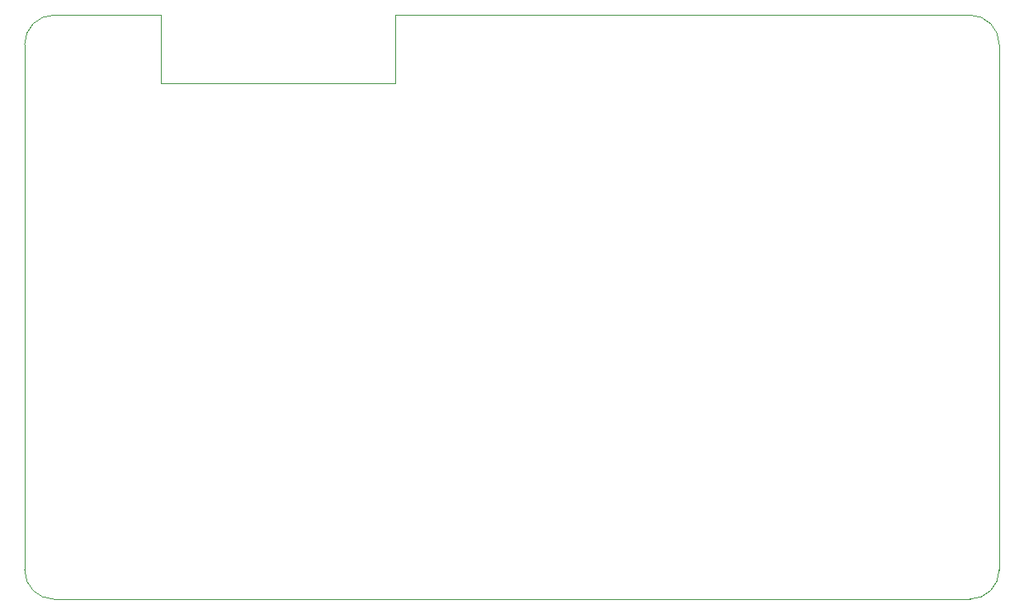
<source format=gbr>
%TF.GenerationSoftware,KiCad,Pcbnew,9.0.1*%
%TF.CreationDate,2025-05-14T14:59:36+02:00*%
%TF.ProjectId,opendtu,6f70656e-6474-4752-9e6b-696361645f70,rev?*%
%TF.SameCoordinates,Original*%
%TF.FileFunction,Profile,NP*%
%FSLAX46Y46*%
G04 Gerber Fmt 4.6, Leading zero omitted, Abs format (unit mm)*
G04 Created by KiCad (PCBNEW 9.0.1) date 2025-05-14 14:59:36*
%MOMM*%
%LPD*%
G01*
G04 APERTURE LIST*
%TA.AperFunction,Profile*%
%ADD10C,0.050000*%
%TD*%
G04 APERTURE END LIST*
D10*
X78000000Y-135000000D02*
G75*
G02*
X75000000Y-132000000I0J3000000D01*
G01*
X113000000Y-75000000D02*
X172000000Y-75000000D01*
X113000000Y-82000000D02*
X113000000Y-75000000D01*
X172000000Y-75000000D02*
G75*
G02*
X175000000Y-78000000I0J-3000000D01*
G01*
X175000000Y-132000000D02*
X175000000Y-78000000D01*
X89000000Y-75000000D02*
X89000000Y-82000000D01*
X75000000Y-78000000D02*
G75*
G02*
X78000000Y-75000000I3000000J0D01*
G01*
X75000000Y-78000000D02*
X75000000Y-132000000D01*
X89000000Y-75000000D02*
X78000000Y-75000000D01*
X175000000Y-132000000D02*
G75*
G02*
X172000000Y-135000000I-3000000J0D01*
G01*
X172000000Y-135000000D02*
X78000000Y-135000000D01*
X89000000Y-82000000D02*
X113000000Y-82000000D01*
M02*

</source>
